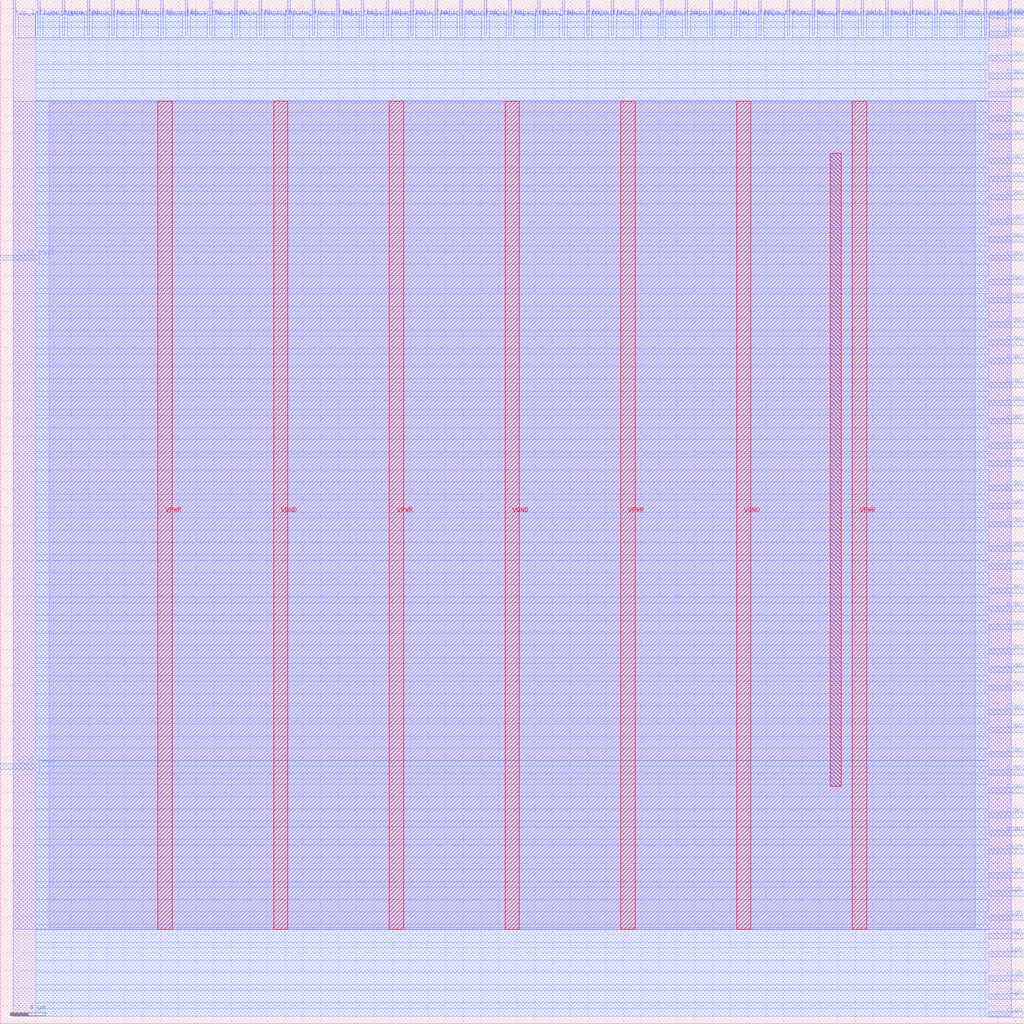
<source format=lef>
VERSION 5.7 ;
  NOWIREEXTENSIONATPIN ON ;
  DIVIDERCHAR "/" ;
  BUSBITCHARS "[]" ;
MACRO sb_0__0_
  CLASS BLOCK ;
  FOREIGN sb_0__0_ ;
  ORIGIN 0.000 0.000 ;
  SIZE 115.000 BY 115.000 ;
  PIN VGND
    DIRECTION INPUT ;
    USE GROUND ;
    PORT
      LAYER met4 ;
        RECT 30.710 10.640 32.310 103.600 ;
    END
    PORT
      LAYER met4 ;
        RECT 56.700 10.640 58.300 103.600 ;
    END
    PORT
      LAYER met4 ;
        RECT 82.690 10.640 84.290 103.600 ;
    END
  END VGND
  PIN VPWR
    DIRECTION INPUT ;
    USE POWER ;
    PORT
      LAYER met4 ;
        RECT 17.715 10.640 19.315 103.600 ;
    END
    PORT
      LAYER met4 ;
        RECT 43.705 10.640 45.305 103.600 ;
    END
    PORT
      LAYER met4 ;
        RECT 69.695 10.640 71.295 103.600 ;
    END
    PORT
      LAYER met4 ;
        RECT 95.685 10.640 97.285 103.600 ;
    END
  END VPWR
  PIN ccff_head
    DIRECTION INPUT ;
    USE SIGNAL ;
    PORT
      LAYER met3 ;
        RECT 0.000 28.600 4.000 29.200 ;
    END
  END ccff_head
  PIN ccff_tail
    DIRECTION OUTPUT TRISTATE ;
    USE SIGNAL ;
    PORT
      LAYER met3 ;
        RECT 0.000 85.720 4.000 86.320 ;
    END
  END ccff_tail
  PIN chanx_right_in[0]
    DIRECTION INPUT ;
    USE SIGNAL ;
    PORT
      LAYER met3 ;
        RECT 111.000 21.120 115.000 21.720 ;
    END
  END chanx_right_in[0]
  PIN chanx_right_in[10]
    DIRECTION INPUT ;
    USE SIGNAL ;
    PORT
      LAYER met3 ;
        RECT 111.000 44.240 115.000 44.840 ;
    END
  END chanx_right_in[10]
  PIN chanx_right_in[11]
    DIRECTION INPUT ;
    USE SIGNAL ;
    PORT
      LAYER met3 ;
        RECT 111.000 46.280 115.000 46.880 ;
    END
  END chanx_right_in[11]
  PIN chanx_right_in[12]
    DIRECTION INPUT ;
    USE SIGNAL ;
    PORT
      LAYER met3 ;
        RECT 111.000 48.320 115.000 48.920 ;
    END
  END chanx_right_in[12]
  PIN chanx_right_in[13]
    DIRECTION INPUT ;
    USE SIGNAL ;
    PORT
      LAYER met3 ;
        RECT 111.000 51.040 115.000 51.640 ;
    END
  END chanx_right_in[13]
  PIN chanx_right_in[14]
    DIRECTION INPUT ;
    USE SIGNAL ;
    PORT
      LAYER met3 ;
        RECT 111.000 53.080 115.000 53.680 ;
    END
  END chanx_right_in[14]
  PIN chanx_right_in[15]
    DIRECTION INPUT ;
    USE SIGNAL ;
    PORT
      LAYER met3 ;
        RECT 111.000 55.800 115.000 56.400 ;
    END
  END chanx_right_in[15]
  PIN chanx_right_in[16]
    DIRECTION INPUT ;
    USE SIGNAL ;
    PORT
      LAYER met3 ;
        RECT 111.000 57.840 115.000 58.440 ;
    END
  END chanx_right_in[16]
  PIN chanx_right_in[17]
    DIRECTION INPUT ;
    USE SIGNAL ;
    PORT
      LAYER met3 ;
        RECT 111.000 59.880 115.000 60.480 ;
    END
  END chanx_right_in[17]
  PIN chanx_right_in[18]
    DIRECTION INPUT ;
    USE SIGNAL ;
    PORT
      LAYER met3 ;
        RECT 111.000 62.600 115.000 63.200 ;
    END
  END chanx_right_in[18]
  PIN chanx_right_in[19]
    DIRECTION INPUT ;
    USE SIGNAL ;
    PORT
      LAYER met3 ;
        RECT 111.000 64.640 115.000 65.240 ;
    END
  END chanx_right_in[19]
  PIN chanx_right_in[1]
    DIRECTION INPUT ;
    USE SIGNAL ;
    PORT
      LAYER met3 ;
        RECT 111.000 23.160 115.000 23.760 ;
    END
  END chanx_right_in[1]
  PIN chanx_right_in[2]
    DIRECTION INPUT ;
    USE SIGNAL ;
    PORT
      LAYER met3 ;
        RECT 111.000 25.880 115.000 26.480 ;
    END
  END chanx_right_in[2]
  PIN chanx_right_in[3]
    DIRECTION INPUT ;
    USE SIGNAL ;
    PORT
      LAYER met3 ;
        RECT 111.000 27.920 115.000 28.520 ;
    END
  END chanx_right_in[3]
  PIN chanx_right_in[4]
    DIRECTION INPUT ;
    USE SIGNAL ;
    PORT
      LAYER met3 ;
        RECT 111.000 29.960 115.000 30.560 ;
    END
  END chanx_right_in[4]
  PIN chanx_right_in[5]
    DIRECTION INPUT ;
    USE SIGNAL ;
    PORT
      LAYER met3 ;
        RECT 111.000 32.680 115.000 33.280 ;
    END
  END chanx_right_in[5]
  PIN chanx_right_in[6]
    DIRECTION INPUT ;
    USE SIGNAL ;
    PORT
      LAYER met3 ;
        RECT 111.000 34.720 115.000 35.320 ;
    END
  END chanx_right_in[6]
  PIN chanx_right_in[7]
    DIRECTION INPUT ;
    USE SIGNAL ;
    PORT
      LAYER met3 ;
        RECT 111.000 37.440 115.000 38.040 ;
    END
  END chanx_right_in[7]
  PIN chanx_right_in[8]
    DIRECTION INPUT ;
    USE SIGNAL ;
    PORT
      LAYER met3 ;
        RECT 111.000 39.480 115.000 40.080 ;
    END
  END chanx_right_in[8]
  PIN chanx_right_in[9]
    DIRECTION INPUT ;
    USE SIGNAL ;
    PORT
      LAYER met3 ;
        RECT 111.000 41.520 115.000 42.120 ;
    END
  END chanx_right_in[9]
  PIN chanx_right_out[0]
    DIRECTION OUTPUT TRISTATE ;
    USE SIGNAL ;
    PORT
      LAYER met3 ;
        RECT 111.000 67.360 115.000 67.960 ;
    END
  END chanx_right_out[0]
  PIN chanx_right_out[10]
    DIRECTION OUTPUT TRISTATE ;
    USE SIGNAL ;
    PORT
      LAYER met3 ;
        RECT 111.000 89.800 115.000 90.400 ;
    END
  END chanx_right_out[10]
  PIN chanx_right_out[11]
    DIRECTION OUTPUT TRISTATE ;
    USE SIGNAL ;
    PORT
      LAYER met3 ;
        RECT 111.000 92.520 115.000 93.120 ;
    END
  END chanx_right_out[11]
  PIN chanx_right_out[12]
    DIRECTION OUTPUT TRISTATE ;
    USE SIGNAL ;
    PORT
      LAYER met3 ;
        RECT 111.000 94.560 115.000 95.160 ;
    END
  END chanx_right_out[12]
  PIN chanx_right_out[13]
    DIRECTION OUTPUT TRISTATE ;
    USE SIGNAL ;
    PORT
      LAYER met3 ;
        RECT 111.000 96.600 115.000 97.200 ;
    END
  END chanx_right_out[13]
  PIN chanx_right_out[14]
    DIRECTION OUTPUT TRISTATE ;
    USE SIGNAL ;
    PORT
      LAYER met3 ;
        RECT 111.000 99.320 115.000 99.920 ;
    END
  END chanx_right_out[14]
  PIN chanx_right_out[15]
    DIRECTION OUTPUT TRISTATE ;
    USE SIGNAL ;
    PORT
      LAYER met3 ;
        RECT 111.000 101.360 115.000 101.960 ;
    END
  END chanx_right_out[15]
  PIN chanx_right_out[16]
    DIRECTION OUTPUT TRISTATE ;
    USE SIGNAL ;
    PORT
      LAYER met3 ;
        RECT 111.000 104.080 115.000 104.680 ;
    END
  END chanx_right_out[16]
  PIN chanx_right_out[17]
    DIRECTION OUTPUT TRISTATE ;
    USE SIGNAL ;
    PORT
      LAYER met3 ;
        RECT 111.000 106.120 115.000 106.720 ;
    END
  END chanx_right_out[17]
  PIN chanx_right_out[18]
    DIRECTION OUTPUT TRISTATE ;
    USE SIGNAL ;
    PORT
      LAYER met3 ;
        RECT 111.000 108.160 115.000 108.760 ;
    END
  END chanx_right_out[18]
  PIN chanx_right_out[19]
    DIRECTION OUTPUT TRISTATE ;
    USE SIGNAL ;
    PORT
      LAYER met3 ;
        RECT 111.000 110.880 115.000 111.480 ;
    END
  END chanx_right_out[19]
  PIN chanx_right_out[1]
    DIRECTION OUTPUT TRISTATE ;
    USE SIGNAL ;
    PORT
      LAYER met3 ;
        RECT 111.000 69.400 115.000 70.000 ;
    END
  END chanx_right_out[1]
  PIN chanx_right_out[2]
    DIRECTION OUTPUT TRISTATE ;
    USE SIGNAL ;
    PORT
      LAYER met3 ;
        RECT 111.000 71.440 115.000 72.040 ;
    END
  END chanx_right_out[2]
  PIN chanx_right_out[3]
    DIRECTION OUTPUT TRISTATE ;
    USE SIGNAL ;
    PORT
      LAYER met3 ;
        RECT 111.000 74.160 115.000 74.760 ;
    END
  END chanx_right_out[3]
  PIN chanx_right_out[4]
    DIRECTION OUTPUT TRISTATE ;
    USE SIGNAL ;
    PORT
      LAYER met3 ;
        RECT 111.000 76.200 115.000 76.800 ;
    END
  END chanx_right_out[4]
  PIN chanx_right_out[5]
    DIRECTION OUTPUT TRISTATE ;
    USE SIGNAL ;
    PORT
      LAYER met3 ;
        RECT 111.000 78.240 115.000 78.840 ;
    END
  END chanx_right_out[5]
  PIN chanx_right_out[6]
    DIRECTION OUTPUT TRISTATE ;
    USE SIGNAL ;
    PORT
      LAYER met3 ;
        RECT 111.000 80.960 115.000 81.560 ;
    END
  END chanx_right_out[6]
  PIN chanx_right_out[7]
    DIRECTION OUTPUT TRISTATE ;
    USE SIGNAL ;
    PORT
      LAYER met3 ;
        RECT 111.000 83.000 115.000 83.600 ;
    END
  END chanx_right_out[7]
  PIN chanx_right_out[8]
    DIRECTION OUTPUT TRISTATE ;
    USE SIGNAL ;
    PORT
      LAYER met3 ;
        RECT 111.000 85.720 115.000 86.320 ;
    END
  END chanx_right_out[8]
  PIN chanx_right_out[9]
    DIRECTION OUTPUT TRISTATE ;
    USE SIGNAL ;
    PORT
      LAYER met3 ;
        RECT 111.000 87.760 115.000 88.360 ;
    END
  END chanx_right_out[9]
  PIN chany_top_in[0]
    DIRECTION INPUT ;
    USE SIGNAL ;
    PORT
      LAYER met2 ;
        RECT 4.230 111.000 4.510 115.000 ;
    END
  END chany_top_in[0]
  PIN chany_top_in[10]
    DIRECTION INPUT ;
    USE SIGNAL ;
    PORT
      LAYER met2 ;
        RECT 32.290 111.000 32.570 115.000 ;
    END
  END chany_top_in[10]
  PIN chany_top_in[11]
    DIRECTION INPUT ;
    USE SIGNAL ;
    PORT
      LAYER met2 ;
        RECT 35.050 111.000 35.330 115.000 ;
    END
  END chany_top_in[11]
  PIN chany_top_in[12]
    DIRECTION INPUT ;
    USE SIGNAL ;
    PORT
      LAYER met2 ;
        RECT 37.810 111.000 38.090 115.000 ;
    END
  END chany_top_in[12]
  PIN chany_top_in[13]
    DIRECTION INPUT ;
    USE SIGNAL ;
    PORT
      LAYER met2 ;
        RECT 40.570 111.000 40.850 115.000 ;
    END
  END chany_top_in[13]
  PIN chany_top_in[14]
    DIRECTION INPUT ;
    USE SIGNAL ;
    PORT
      LAYER met2 ;
        RECT 43.330 111.000 43.610 115.000 ;
    END
  END chany_top_in[14]
  PIN chany_top_in[15]
    DIRECTION INPUT ;
    USE SIGNAL ;
    PORT
      LAYER met2 ;
        RECT 46.090 111.000 46.370 115.000 ;
    END
  END chany_top_in[15]
  PIN chany_top_in[16]
    DIRECTION INPUT ;
    USE SIGNAL ;
    PORT
      LAYER met2 ;
        RECT 48.850 111.000 49.130 115.000 ;
    END
  END chany_top_in[16]
  PIN chany_top_in[17]
    DIRECTION INPUT ;
    USE SIGNAL ;
    PORT
      LAYER met2 ;
        RECT 51.610 111.000 51.890 115.000 ;
    END
  END chany_top_in[17]
  PIN chany_top_in[18]
    DIRECTION INPUT ;
    USE SIGNAL ;
    PORT
      LAYER met2 ;
        RECT 54.370 111.000 54.650 115.000 ;
    END
  END chany_top_in[18]
  PIN chany_top_in[19]
    DIRECTION INPUT ;
    USE SIGNAL ;
    PORT
      LAYER met2 ;
        RECT 57.130 111.000 57.410 115.000 ;
    END
  END chany_top_in[19]
  PIN chany_top_in[1]
    DIRECTION INPUT ;
    USE SIGNAL ;
    PORT
      LAYER met2 ;
        RECT 6.990 111.000 7.270 115.000 ;
    END
  END chany_top_in[1]
  PIN chany_top_in[2]
    DIRECTION INPUT ;
    USE SIGNAL ;
    PORT
      LAYER met2 ;
        RECT 9.750 111.000 10.030 115.000 ;
    END
  END chany_top_in[2]
  PIN chany_top_in[3]
    DIRECTION INPUT ;
    USE SIGNAL ;
    PORT
      LAYER met2 ;
        RECT 12.510 111.000 12.790 115.000 ;
    END
  END chany_top_in[3]
  PIN chany_top_in[4]
    DIRECTION INPUT ;
    USE SIGNAL ;
    PORT
      LAYER met2 ;
        RECT 15.270 111.000 15.550 115.000 ;
    END
  END chany_top_in[4]
  PIN chany_top_in[5]
    DIRECTION INPUT ;
    USE SIGNAL ;
    PORT
      LAYER met2 ;
        RECT 18.030 111.000 18.310 115.000 ;
    END
  END chany_top_in[5]
  PIN chany_top_in[6]
    DIRECTION INPUT ;
    USE SIGNAL ;
    PORT
      LAYER met2 ;
        RECT 20.790 111.000 21.070 115.000 ;
    END
  END chany_top_in[6]
  PIN chany_top_in[7]
    DIRECTION INPUT ;
    USE SIGNAL ;
    PORT
      LAYER met2 ;
        RECT 23.550 111.000 23.830 115.000 ;
    END
  END chany_top_in[7]
  PIN chany_top_in[8]
    DIRECTION INPUT ;
    USE SIGNAL ;
    PORT
      LAYER met2 ;
        RECT 26.310 111.000 26.590 115.000 ;
    END
  END chany_top_in[8]
  PIN chany_top_in[9]
    DIRECTION INPUT ;
    USE SIGNAL ;
    PORT
      LAYER met2 ;
        RECT 29.070 111.000 29.350 115.000 ;
    END
  END chany_top_in[9]
  PIN chany_top_out[0]
    DIRECTION OUTPUT TRISTATE ;
    USE SIGNAL ;
    PORT
      LAYER met2 ;
        RECT 60.350 111.000 60.630 115.000 ;
    END
  END chany_top_out[0]
  PIN chany_top_out[10]
    DIRECTION OUTPUT TRISTATE ;
    USE SIGNAL ;
    PORT
      LAYER met2 ;
        RECT 88.410 111.000 88.690 115.000 ;
    END
  END chany_top_out[10]
  PIN chany_top_out[11]
    DIRECTION OUTPUT TRISTATE ;
    USE SIGNAL ;
    PORT
      LAYER met2 ;
        RECT 91.170 111.000 91.450 115.000 ;
    END
  END chany_top_out[11]
  PIN chany_top_out[12]
    DIRECTION OUTPUT TRISTATE ;
    USE SIGNAL ;
    PORT
      LAYER met2 ;
        RECT 93.930 111.000 94.210 115.000 ;
    END
  END chany_top_out[12]
  PIN chany_top_out[13]
    DIRECTION OUTPUT TRISTATE ;
    USE SIGNAL ;
    PORT
      LAYER met2 ;
        RECT 96.690 111.000 96.970 115.000 ;
    END
  END chany_top_out[13]
  PIN chany_top_out[14]
    DIRECTION OUTPUT TRISTATE ;
    USE SIGNAL ;
    PORT
      LAYER met2 ;
        RECT 99.450 111.000 99.730 115.000 ;
    END
  END chany_top_out[14]
  PIN chany_top_out[15]
    DIRECTION OUTPUT TRISTATE ;
    USE SIGNAL ;
    PORT
      LAYER met2 ;
        RECT 102.210 111.000 102.490 115.000 ;
    END
  END chany_top_out[15]
  PIN chany_top_out[16]
    DIRECTION OUTPUT TRISTATE ;
    USE SIGNAL ;
    PORT
      LAYER met2 ;
        RECT 104.970 111.000 105.250 115.000 ;
    END
  END chany_top_out[16]
  PIN chany_top_out[17]
    DIRECTION OUTPUT TRISTATE ;
    USE SIGNAL ;
    PORT
      LAYER met2 ;
        RECT 107.730 111.000 108.010 115.000 ;
    END
  END chany_top_out[17]
  PIN chany_top_out[18]
    DIRECTION OUTPUT TRISTATE ;
    USE SIGNAL ;
    PORT
      LAYER met2 ;
        RECT 110.490 111.000 110.770 115.000 ;
    END
  END chany_top_out[18]
  PIN chany_top_out[19]
    DIRECTION OUTPUT TRISTATE ;
    USE SIGNAL ;
    PORT
      LAYER met2 ;
        RECT 113.250 111.000 113.530 115.000 ;
    END
  END chany_top_out[19]
  PIN chany_top_out[1]
    DIRECTION OUTPUT TRISTATE ;
    USE SIGNAL ;
    PORT
      LAYER met2 ;
        RECT 63.110 111.000 63.390 115.000 ;
    END
  END chany_top_out[1]
  PIN chany_top_out[2]
    DIRECTION OUTPUT TRISTATE ;
    USE SIGNAL ;
    PORT
      LAYER met2 ;
        RECT 65.870 111.000 66.150 115.000 ;
    END
  END chany_top_out[2]
  PIN chany_top_out[3]
    DIRECTION OUTPUT TRISTATE ;
    USE SIGNAL ;
    PORT
      LAYER met2 ;
        RECT 68.630 111.000 68.910 115.000 ;
    END
  END chany_top_out[3]
  PIN chany_top_out[4]
    DIRECTION OUTPUT TRISTATE ;
    USE SIGNAL ;
    PORT
      LAYER met2 ;
        RECT 71.390 111.000 71.670 115.000 ;
    END
  END chany_top_out[4]
  PIN chany_top_out[5]
    DIRECTION OUTPUT TRISTATE ;
    USE SIGNAL ;
    PORT
      LAYER met2 ;
        RECT 74.150 111.000 74.430 115.000 ;
    END
  END chany_top_out[5]
  PIN chany_top_out[6]
    DIRECTION OUTPUT TRISTATE ;
    USE SIGNAL ;
    PORT
      LAYER met2 ;
        RECT 76.910 111.000 77.190 115.000 ;
    END
  END chany_top_out[6]
  PIN chany_top_out[7]
    DIRECTION OUTPUT TRISTATE ;
    USE SIGNAL ;
    PORT
      LAYER met2 ;
        RECT 79.670 111.000 79.950 115.000 ;
    END
  END chany_top_out[7]
  PIN chany_top_out[8]
    DIRECTION OUTPUT TRISTATE ;
    USE SIGNAL ;
    PORT
      LAYER met2 ;
        RECT 82.430 111.000 82.710 115.000 ;
    END
  END chany_top_out[8]
  PIN chany_top_out[9]
    DIRECTION OUTPUT TRISTATE ;
    USE SIGNAL ;
    PORT
      LAYER met2 ;
        RECT 85.190 111.000 85.470 115.000 ;
    END
  END chany_top_out[9]
  PIN prog_clk_0_E_in
    DIRECTION INPUT ;
    USE SIGNAL ;
    PORT
      LAYER met3 ;
        RECT 111.000 112.920 115.000 113.520 ;
    END
  END prog_clk_0_E_in
  PIN right_bottom_grid_pin_11_
    DIRECTION INPUT ;
    USE SIGNAL ;
    PORT
      LAYER met3 ;
        RECT 111.000 11.600 115.000 12.200 ;
    END
  END right_bottom_grid_pin_11_
  PIN right_bottom_grid_pin_13_
    DIRECTION INPUT ;
    USE SIGNAL ;
    PORT
      LAYER met3 ;
        RECT 111.000 14.320 115.000 14.920 ;
    END
  END right_bottom_grid_pin_13_
  PIN right_bottom_grid_pin_15_
    DIRECTION INPUT ;
    USE SIGNAL ;
    PORT
      LAYER met3 ;
        RECT 111.000 16.360 115.000 16.960 ;
    END
  END right_bottom_grid_pin_15_
  PIN right_bottom_grid_pin_17_
    DIRECTION INPUT ;
    USE SIGNAL ;
    PORT
      LAYER met3 ;
        RECT 111.000 19.080 115.000 19.680 ;
    END
  END right_bottom_grid_pin_17_
  PIN right_bottom_grid_pin_1_
    DIRECTION INPUT ;
    USE SIGNAL ;
    PORT
      LAYER met3 ;
        RECT 111.000 0.720 115.000 1.320 ;
    END
  END right_bottom_grid_pin_1_
  PIN right_bottom_grid_pin_3_
    DIRECTION INPUT ;
    USE SIGNAL ;
    PORT
      LAYER met3 ;
        RECT 111.000 2.760 115.000 3.360 ;
    END
  END right_bottom_grid_pin_3_
  PIN right_bottom_grid_pin_5_
    DIRECTION INPUT ;
    USE SIGNAL ;
    PORT
      LAYER met3 ;
        RECT 111.000 4.800 115.000 5.400 ;
    END
  END right_bottom_grid_pin_5_
  PIN right_bottom_grid_pin_7_
    DIRECTION INPUT ;
    USE SIGNAL ;
    PORT
      LAYER met3 ;
        RECT 111.000 7.520 115.000 8.120 ;
    END
  END right_bottom_grid_pin_7_
  PIN right_bottom_grid_pin_9_
    DIRECTION INPUT ;
    USE SIGNAL ;
    PORT
      LAYER met3 ;
        RECT 111.000 9.560 115.000 10.160 ;
    END
  END right_bottom_grid_pin_9_
  PIN top_left_grid_pin_1_
    DIRECTION INPUT ;
    USE SIGNAL ;
    PORT
      LAYER met2 ;
        RECT 1.470 111.000 1.750 115.000 ;
    END
  END top_left_grid_pin_1_
  OBS
      LAYER li1 ;
        RECT 5.520 10.795 109.480 103.445 ;
      LAYER met1 ;
        RECT 1.450 10.640 113.550 103.600 ;
      LAYER met2 ;
        RECT 2.030 110.720 3.950 113.405 ;
        RECT 4.790 110.720 6.710 113.405 ;
        RECT 7.550 110.720 9.470 113.405 ;
        RECT 10.310 110.720 12.230 113.405 ;
        RECT 13.070 110.720 14.990 113.405 ;
        RECT 15.830 110.720 17.750 113.405 ;
        RECT 18.590 110.720 20.510 113.405 ;
        RECT 21.350 110.720 23.270 113.405 ;
        RECT 24.110 110.720 26.030 113.405 ;
        RECT 26.870 110.720 28.790 113.405 ;
        RECT 29.630 110.720 32.010 113.405 ;
        RECT 32.850 110.720 34.770 113.405 ;
        RECT 35.610 110.720 37.530 113.405 ;
        RECT 38.370 110.720 40.290 113.405 ;
        RECT 41.130 110.720 43.050 113.405 ;
        RECT 43.890 110.720 45.810 113.405 ;
        RECT 46.650 110.720 48.570 113.405 ;
        RECT 49.410 110.720 51.330 113.405 ;
        RECT 52.170 110.720 54.090 113.405 ;
        RECT 54.930 110.720 56.850 113.405 ;
        RECT 57.690 110.720 60.070 113.405 ;
        RECT 60.910 110.720 62.830 113.405 ;
        RECT 63.670 110.720 65.590 113.405 ;
        RECT 66.430 110.720 68.350 113.405 ;
        RECT 69.190 110.720 71.110 113.405 ;
        RECT 71.950 110.720 73.870 113.405 ;
        RECT 74.710 110.720 76.630 113.405 ;
        RECT 77.470 110.720 79.390 113.405 ;
        RECT 80.230 110.720 82.150 113.405 ;
        RECT 82.990 110.720 84.910 113.405 ;
        RECT 85.750 110.720 88.130 113.405 ;
        RECT 88.970 110.720 90.890 113.405 ;
        RECT 91.730 110.720 93.650 113.405 ;
        RECT 94.490 110.720 96.410 113.405 ;
        RECT 97.250 110.720 99.170 113.405 ;
        RECT 100.010 110.720 101.930 113.405 ;
        RECT 102.770 110.720 104.690 113.405 ;
        RECT 105.530 110.720 107.450 113.405 ;
        RECT 108.290 110.720 110.210 113.405 ;
        RECT 111.050 110.720 112.970 113.405 ;
        RECT 1.480 0.835 113.520 110.720 ;
      LAYER met3 ;
        RECT 4.000 112.520 110.600 113.385 ;
        RECT 4.000 111.880 111.000 112.520 ;
        RECT 4.000 110.480 110.600 111.880 ;
        RECT 4.000 109.160 111.000 110.480 ;
        RECT 4.000 107.760 110.600 109.160 ;
        RECT 4.000 107.120 111.000 107.760 ;
        RECT 4.000 105.720 110.600 107.120 ;
        RECT 4.000 105.080 111.000 105.720 ;
        RECT 4.000 103.680 110.600 105.080 ;
        RECT 4.000 102.360 111.000 103.680 ;
        RECT 4.000 100.960 110.600 102.360 ;
        RECT 4.000 100.320 111.000 100.960 ;
        RECT 4.000 98.920 110.600 100.320 ;
        RECT 4.000 97.600 111.000 98.920 ;
        RECT 4.000 96.200 110.600 97.600 ;
        RECT 4.000 95.560 111.000 96.200 ;
        RECT 4.000 94.160 110.600 95.560 ;
        RECT 4.000 93.520 111.000 94.160 ;
        RECT 4.000 92.120 110.600 93.520 ;
        RECT 4.000 90.800 111.000 92.120 ;
        RECT 4.000 89.400 110.600 90.800 ;
        RECT 4.000 88.760 111.000 89.400 ;
        RECT 4.000 87.360 110.600 88.760 ;
        RECT 4.000 86.720 111.000 87.360 ;
        RECT 4.400 85.320 110.600 86.720 ;
        RECT 4.000 84.000 111.000 85.320 ;
        RECT 4.000 82.600 110.600 84.000 ;
        RECT 4.000 81.960 111.000 82.600 ;
        RECT 4.000 80.560 110.600 81.960 ;
        RECT 4.000 79.240 111.000 80.560 ;
        RECT 4.000 77.840 110.600 79.240 ;
        RECT 4.000 77.200 111.000 77.840 ;
        RECT 4.000 75.800 110.600 77.200 ;
        RECT 4.000 75.160 111.000 75.800 ;
        RECT 4.000 73.760 110.600 75.160 ;
        RECT 4.000 72.440 111.000 73.760 ;
        RECT 4.000 71.040 110.600 72.440 ;
        RECT 4.000 70.400 111.000 71.040 ;
        RECT 4.000 69.000 110.600 70.400 ;
        RECT 4.000 68.360 111.000 69.000 ;
        RECT 4.000 66.960 110.600 68.360 ;
        RECT 4.000 65.640 111.000 66.960 ;
        RECT 4.000 64.240 110.600 65.640 ;
        RECT 4.000 63.600 111.000 64.240 ;
        RECT 4.000 62.200 110.600 63.600 ;
        RECT 4.000 60.880 111.000 62.200 ;
        RECT 4.000 59.480 110.600 60.880 ;
        RECT 4.000 58.840 111.000 59.480 ;
        RECT 4.000 57.440 110.600 58.840 ;
        RECT 4.000 56.800 111.000 57.440 ;
        RECT 4.000 55.400 110.600 56.800 ;
        RECT 4.000 54.080 111.000 55.400 ;
        RECT 4.000 52.680 110.600 54.080 ;
        RECT 4.000 52.040 111.000 52.680 ;
        RECT 4.000 50.640 110.600 52.040 ;
        RECT 4.000 49.320 111.000 50.640 ;
        RECT 4.000 47.920 110.600 49.320 ;
        RECT 4.000 47.280 111.000 47.920 ;
        RECT 4.000 45.880 110.600 47.280 ;
        RECT 4.000 45.240 111.000 45.880 ;
        RECT 4.000 43.840 110.600 45.240 ;
        RECT 4.000 42.520 111.000 43.840 ;
        RECT 4.000 41.120 110.600 42.520 ;
        RECT 4.000 40.480 111.000 41.120 ;
        RECT 4.000 39.080 110.600 40.480 ;
        RECT 4.000 38.440 111.000 39.080 ;
        RECT 4.000 37.040 110.600 38.440 ;
        RECT 4.000 35.720 111.000 37.040 ;
        RECT 4.000 34.320 110.600 35.720 ;
        RECT 4.000 33.680 111.000 34.320 ;
        RECT 4.000 32.280 110.600 33.680 ;
        RECT 4.000 30.960 111.000 32.280 ;
        RECT 4.000 29.600 110.600 30.960 ;
        RECT 4.400 29.560 110.600 29.600 ;
        RECT 4.400 28.920 111.000 29.560 ;
        RECT 4.400 28.200 110.600 28.920 ;
        RECT 4.000 27.520 110.600 28.200 ;
        RECT 4.000 26.880 111.000 27.520 ;
        RECT 4.000 25.480 110.600 26.880 ;
        RECT 4.000 24.160 111.000 25.480 ;
        RECT 4.000 22.760 110.600 24.160 ;
        RECT 4.000 22.120 111.000 22.760 ;
        RECT 4.000 20.720 110.600 22.120 ;
        RECT 4.000 20.080 111.000 20.720 ;
        RECT 4.000 18.680 110.600 20.080 ;
        RECT 4.000 17.360 111.000 18.680 ;
        RECT 4.000 15.960 110.600 17.360 ;
        RECT 4.000 15.320 111.000 15.960 ;
        RECT 4.000 13.920 110.600 15.320 ;
        RECT 4.000 12.600 111.000 13.920 ;
        RECT 4.000 11.200 110.600 12.600 ;
        RECT 4.000 10.560 111.000 11.200 ;
        RECT 4.000 9.160 110.600 10.560 ;
        RECT 4.000 8.520 111.000 9.160 ;
        RECT 4.000 7.120 110.600 8.520 ;
        RECT 4.000 5.800 111.000 7.120 ;
        RECT 4.000 4.400 110.600 5.800 ;
        RECT 4.000 3.760 111.000 4.400 ;
        RECT 4.000 2.360 110.600 3.760 ;
        RECT 4.000 1.720 111.000 2.360 ;
        RECT 4.000 0.855 110.600 1.720 ;
      LAYER met4 ;
        RECT 93.215 26.695 94.465 97.745 ;
  END
END sb_0__0_
END LIBRARY


</source>
